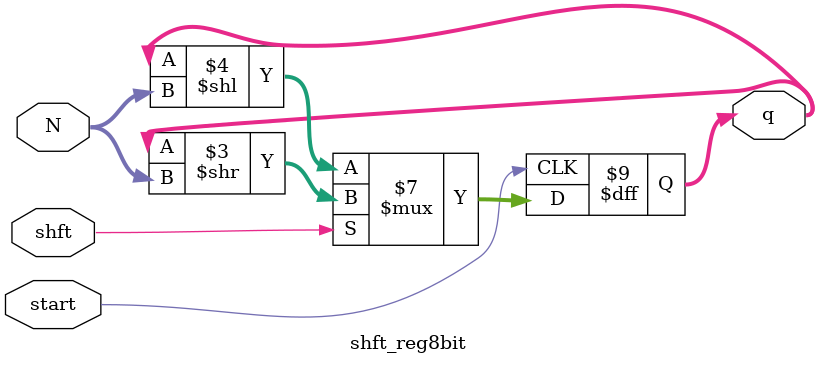
<source format=v>
`timescale 1ns / 1ps
module shft_reg8bit(start,shft, N,q);
input start,shft;
/* start = 0 to 1 then start shifting
	shft = 0 is logical right shift
		 = 1 is logical left shift */
input [7:1] N; 
//N is number of requested shifts
output [7:0]q;
reg [7:0]q;

initial q = 8'b01100110;
/*initial values for the vector is selected to be 1100110*/

	always @ (posedge start) begin
		if(shft == 1)
			q = q >> N;
		else
			q = q << N;
	end

endmodule

</source>
